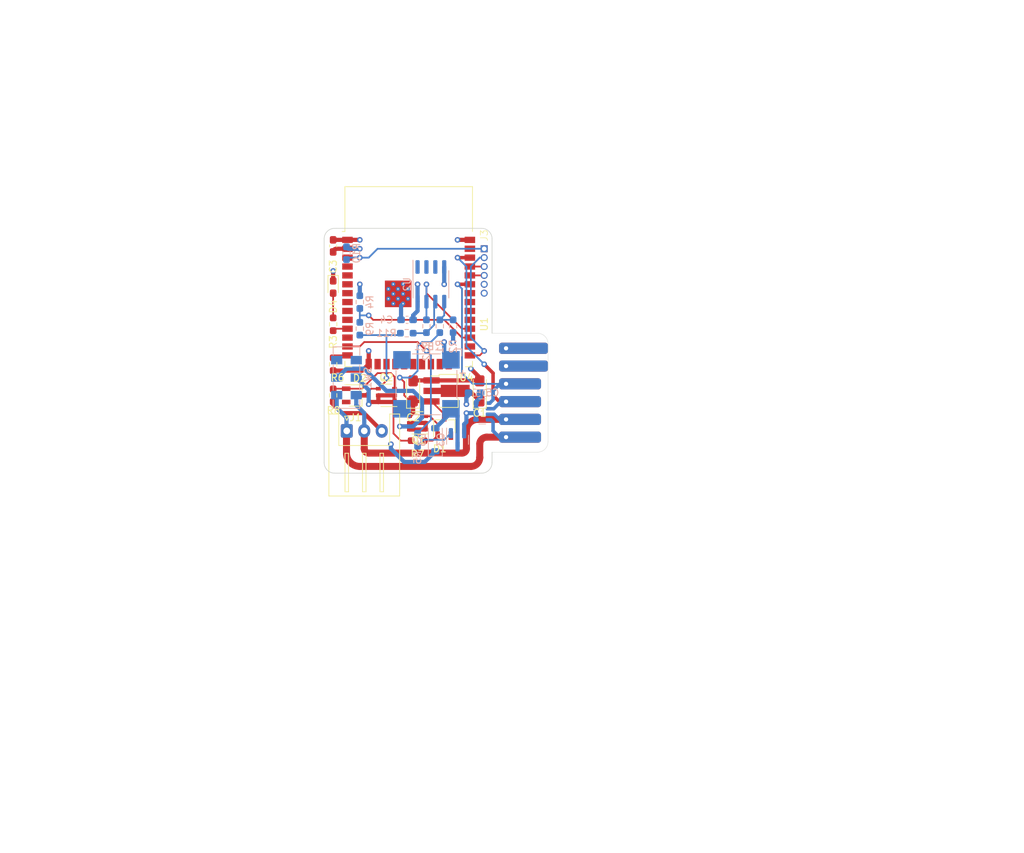
<source format=kicad_pcb>
(kicad_pcb (version 20221018) (generator pcbnew)
  (layers (0 "F.Cu" signal) (1 "In1.Cu" signal) (2 "In2.Cu" signal) (31 "B.Cu" signal) (34 "B.Paste" user) (35 "F.Paste" user) (36 "B.SilkS" user "B.Silkscreen") (37 "F.SilkS" user "F.Silkscreen") (38 "B.Mask" user) (39 "F.Mask" user) (44 "Edge.Cuts" user))
  (net 0 "")
  (net 1 "+3.3V")
  (net 2 "Net-(BZ1-+)")
  (net 3 "C1IN")
  (net 4 "C2IN")
  (net 5 "SCL")
  (net 6 "SDA")
  (net 7 "Net-(J3-Pin_1)")
  (net 8 "Net-(J3-Pin_2)")
  (net 9 "Net-(J3-Pin_3)")
  (net 10 "Net-(J3-Pin_4)")
  (net 11 "Net-(Q3-B)")
  (net 12 "Net-(U2B--)")
  (net 13 "Buzzer")
  (net 14 "Net-(U1-IO12)")
  (net 15 "Net-(U2B-+)")
  (net 38 "Net-(Q1-G)")
  (net 40 "Net-(Q2-G)")
  (net 42 "C2ADC")
  (net 43 "C1ADC")
  (net 44 "Net-(U1-IO26)")
  (net 45 "Net-(D4-A)")
  (net 46 "GND")
  (net 47 "/C2RAW")
  (net 48 "/C1RAW")
  (net 54 "Net-(SW1A-B)")
  (net 55 "Net-(SW1B-B)")
  (net 56 "unconnected-(U1-IO15-Pad23)")
  (footprint "Resistor_SMD:R_0603_1608Metric_Pad0.98x0.95mm_HandSolder" (layer "F.Cu") (at 133.35 85.852)
    (fp_text reference "R7" (at 0 1.905) (layer "F.SilkS"))
    (fp_text value "330")
    (pad "1" smd roundrect (at -0.9125 0) (size 0.975 0.95) (layers "F.Cu" "F.Paste" "F.Mask") (net 54 "Net-(SW1A-B)"))
    (pad "2" smd roundrect (at 0.9125 0) (size 0.975 0.95) (layers "F.Cu" "F.Paste" "F.Mask") (net 38 "Net-(Q1-G)"))
  )
  (footprint "Resistor_SMD:R_0603_1608Metric_Pad0.98x0.95mm_HandSolder" (layer "F.Cu") (at 121.285 69.215 -90)
    (fp_text reference "R3" (at 2.54 0 90) (layer "F.SilkS"))
    (fp_text value "R")
    (pad "1" smd roundrect (at -0.9125 0 270) (size 0.975 0.95) (layers "F.Cu" "F.Paste" "F.Mask") (net 45 "Net-(D4-A)"))
    (pad "2" smd roundrect (at 0.9125 0 270) (size 0.975 0.95) (layers "F.Cu" "F.Paste" "F.Mask") (net 44 "Net-(U1-IO26)"))
  )
  (footprint "ELEKTRON_Footprints:Conn_Edge_1x6_LLSSSS_Mirrored" (layer "F.Cu") (at 149 79 90)
    (fp_text reference "J5" hide)
    (fp_text value "Charging_Connector")
    (fp_line (start -8.5 1.5) (end -8.5 -5) (stroke (width 0.05)) (layer "Edge.Cuts"))
    (fp_line (start -7 3) (end 7 3) (stroke (width 0.05)) (layer "Edge.Cuts"))
    (fp_line (start 8.5 1.5) (end 8.5 -5) (stroke (width 0.05)) (layer "Edge.Cuts"))
    (fp_arc (start -7 3) (mid -8.06066 2.56066) (end -8.5 1.5) (stroke (width 0.05)) (layer "Edge.Cuts"))
    (fp_arc (start 8.5 1.5) (mid 8.06066 2.56066) (end 7 3) (stroke (width 0.05)) (layer "Edge.Cuts"))
    (pad "1" thru_hole roundrect (at 6.35 -3 90) (size 1.6 7) (drill 0.6 (offset 0 2.5)) (layers "*.Cu" "*.Mask") (net 46 "GND"))
    (pad "2" thru_hole roundrect (at 3.81 -3 90) (size 1.6 7) (drill 0.6 (offset 0 2.5)) (layers "*.Cu" "*.Mask") (net 1 "+3.3V"))
    (pad "3" thru_hole roundrect (at 1.27 -3 90) (size 1.6 6) (drill 0.6 (offset 0 2)) (layers "*.Cu" "*.Mask") (net 6 "SDA"))
    (pad "4" thru_hole roundrect (at -1.27 -3 90) (size 1.6 6) (drill 0.6 (offset 0 2)) (layers "*.Cu" "*.Mask") (net 5 "SCL"))
    (pad "5" thru_hole roundrect (at -3.81 -3 90) (size 1.6 6) (drill 0.6 (offset 0 2)) (layers "*.Cu" "*.Mask") (net 48 "/C1RAW"))
    (pad "6" thru_hole roundrect (at -6.35 -3 90) (size 1.6 6) (drill 0.6 (offset 0 2)) (layers "*.Cu" "*.Mask") (net 47 "/C2RAW"))
  )
  (footprint "Package_TO_SOT_SMD:TSOT-23" (layer "F.Cu") (at 124.46 79.375)
    (fp_text reference "D2" (at 0.635 -2.45) (layer "F.SilkS"))
    (fp_text value "D_Zener_ANK")
    (pad "1" smd rect (at -1.31 -0.95) (size 1.22 0.65) (layers "F.Cu" "F.Paste" "F.Mask") (net 40 "Net-(Q2-G)"))
    (pad "2" smd rect (at -1.31 0.95) (size 1.22 0.65) (layers "F.Cu" "F.Paste" "F.Mask"))
    (pad "3" smd rect (at 1.31 0) (size 1.22 0.65) (layers "F.Cu" "F.Paste" "F.Mask") (net 3 "C1IN"))
  )
  (footprint "Resistor_SMD:R_0603_1608Metric_Pad0.98x0.95mm_HandSolder" (layer "F.Cu") (at 121.285 79.375 90)
    (fp_text reference "R8" (at -2.159 0.055 180) (layer "F.SilkS"))
    (fp_text value "330")
    (pad "1" smd roundrect (at -0.9125 0 90) (size 0.975 0.95) (layers "F.Cu" "F.Paste" "F.Mask") (net 46 "GND"))
    (pad "2" smd roundrect (at 0.9125 0 90) (size 0.975 0.95) (layers "F.Cu" "F.Paste" "F.Mask") (net 40 "Net-(Q2-G)"))
  )
  (footprint "Capacitor_SMD:C_0603_1608Metric_Pad1.08x0.95mm_HandSolder" (layer "F.Cu") (at 121.285 58.0125 90)
    (fp_text reference "C3" (at -2.9475 0 90) (layer "F.SilkS"))
    (fp_text value "100n")
    (pad "1" smd roundrect (at -0.8625 0 90) (size 1.075 0.95) (layers "F.Cu" "F.Paste" "F.Mask") (net 1 "+3.3V"))
    (pad "2" smd roundrect (at 0.8625 0 90) (size 1.075 0.95) (layers "F.Cu" "F.Paste" "F.Mask") (net 46 "GND"))
  )
  (footprint "RF_Module:ESP32-WROOM-32D" (layer "F.Cu") (at 132.08 65.4)
    (fp_text reference "U1" (at 10.795 3.815 -90) (layer "F.SilkS"))
    (fp_text value "ESP32-WROOM-32D")
    (pad "1" smd rect (at -8.75 -8.25) (size 1.5 0.9) (layers "F.Cu" "F.Paste" "F.Mask") (net 46 "GND"))
    (pad "2" smd rect (at -8.75 -6.98) (size 1.5 0.9) (layers "F.Cu" "F.Paste" "F.Mask") (net 1 "+3.3V"))
    (pad "3" smd rect (at -8.75 -5.71) (size 1.5 0.9) (layers "F.Cu" "F.Paste" "F.Mask") (net 7 "Net-(J3-Pin_1)"))
    (pad "4" smd rect (at -8.75 -4.44) (size 1.5 0.9) (layers "F.Cu" "F.Paste" "F.Mask"))
    (pad "5" smd rect (at -8.75 -3.17) (size 1.5 0.9) (layers "F.Cu" "F.Paste" "F.Mask"))
    (pad "6" smd rect (at -8.75 -1.9) (size 1.5 0.9) (layers "F.Cu" "F.Paste" "F.Mask"))
    (pad "7" smd rect (at -8.75 -0.63) (size 1.5 0.9) (layers "F.Cu" "F.Paste" "F.Mask"))
    (pad "8" smd rect (at -8.75 0.64) (size 1.5 0.9) (layers "F.Cu" "F.Paste" "F.Mask"))
    (pad "9" smd rect (at -8.75 1.91) (size 1.5 0.9) (layers "F.Cu" "F.Paste" "F.Mask"))
    (pad "10" smd rect (at -8.75 3.18) (size 1.5 0.9) (layers "F.Cu" "F.Paste" "F.Mask"))
    (pad "11" smd rect (at -8.75 4.45) (size 1.5 0.9) (layers "F.Cu" "F.Paste" "F.Mask") (net 44 "Net-(U1-IO26)"))
    (pad "12" smd rect (at -8.75 5.72) (size 1.5 0.9) (layers "F.Cu" "F.Paste" "F.Mask"))
    (pad "13" smd rect (at -8.75 6.99) (size 1.5 0.9) (layers "F.Cu" "F.Paste" "F.Mask") (net 13 "Buzzer"))
    (pad "14" smd rect (at -8.75 8.26) (size 1.5 0.9) (layers "F.Cu" "F.Paste" "F.Mask") (net 14 "Net-(U1-IO12)"))
    (pad "15" smd rect (at -5.71 9.51 90) (size 1.5 0.9) (layers "F.Cu" "F.Paste" "F.Mask") (net 46 "GND"))
    (pad "16" smd rect (at -4.44 9.51 90) (size 1.5 0.9) (layers "F.Cu" "F.Paste" "F.Mask"))
    (pad "17" smd rect (at -3.17 9.51 90) (size 1.5 0.9) (layers "F.Cu" "F.Paste" "F.Mask"))
    (pad "18" smd rect (at -1.9 9.51 90) (size 1.5 0.9) (layers "F.Cu" "F.Paste" "F.Mask"))
    (pad "19" smd rect (at -0.63 9.51 90) (size 1.5 0.9) (layers "F.Cu" "F.Paste" "F.Mask"))
    (pad "20" smd rect (at 0.64 9.51 90) (size 1.5 0.9) (layers "F.Cu" "F.Paste" "F.Mask"))
    (pad "21" smd rect (at 1.91 9.51 90) (size 1.5 0.9) (layers "F.Cu" "F.Paste" "F.Mask"))
    (pad "22" smd rect (at 3.18 9.51 90) (size 1.5 0.9) (layers "F.Cu" "F.Paste" "F.Mask"))
    (pad "23" smd rect (at 4.45 9.51 90) (size 1.5 0.9) (layers "F.Cu" "F.Paste" "F.Mask") (net 56 "unconnected-(U1-IO15-Pad23)"))
    (pad "24" smd rect (at 5.72 9.51 90) (size 1.5 0.9) (layers "F.Cu" "F.Paste" "F.Mask"))
    (pad "25" smd rect (at 8.75 8.26) (size 1.5 0.9) (layers "F.Cu" "F.Paste" "F.Mask") (net 8 "Net-(J3-Pin_2)"))
    (pad "26" smd rect (at 8.75 6.99) (size 1.5 0.9) (layers "F.Cu" "F.Paste" "F.Mask"))
    (pad "27" smd rect (at 8.75 5.72) (size 1.5 0.9) (layers "F.Cu" "F.Paste" "F.Mask") (net 43 "C1ADC"))
    (pad "28" smd rect (at 8.75 4.45) (size 1.5 0.9) (layers "F.Cu" "F.Paste" "F.Mask") (net 42 "C2ADC"))
    (pad "29" smd rect (at 8.75 3.18) (size 1.5 0.9) (layers "F.Cu" "F.Paste" "F.Mask"))
    (pad "30" smd rect (at 8.75 1.91) (size 1.5 0.9) (layers "F.Cu" "F.Paste" "F.Mask"))
    (pad "31" smd rect (at 8.75 0.64) (size 1.5 0.9) (layers "F.Cu" "F.Paste" "F.Mask"))
    (pad "32" smd rect (at 8.75 -0.63) (size 1.5 0.9) (layers "F.Cu" "F.Paste" "F.Mask"))
    (pad "33" smd rect (at 8.75 -1.9) (size 1.5 0.9) (layers "F.Cu" "F.Paste" "F.Mask") (net 6 "SDA"))
    (pad "34" smd rect (at 8.75 -3.17) (size 1.5 0.9) (layers "F.Cu" "F.Paste" "F.Mask") (net 10 "Net-(J3-Pin_4)"))
    (pad "35" smd rect (at 8.75 -4.44) (size 1.5 0.9) (layers "F.Cu" "F.Paste" "F.Mask") (net 9 "Net-(J3-Pin_3)"))
    (pad "36" smd rect (at 8.75 -5.71) (size 1.5 0.9) (layers "F.Cu" "F.Paste" "F.Mask") (net 5 "SCL"))
    (pad "37" smd rect (at 8.75 -6.98) (size 1.5 0.9) (layers "F.Cu" "F.Paste" "F.Mask"))
    (pad "38" smd rect (at 8.75 -8.25) (size 1.5 0.9) (layers "F.Cu" "F.Paste" "F.Mask") (net 46 "GND"))
    (pad "39" smd rect (at -2.9 -1.93) (size 0.9 0.9) (layers "F.Cu" "F.Paste") (net 46 "GND"))
    (pad "39" thru_hole circle (at -2.9 -1.23) (size 0.6 0.6) (drill 0.2) (property pad_prop_heatsink) (layers "*.Cu" "F.Mask") (net 46 "GND"))
    (pad "39" smd rect (at -2.9 -0.53) (size 0.9 0.9) (layers "F.Cu" "F.Paste") (net 46 "GND"))
    (pad "39" thru_hole circle (at -2.9 0.17) (size 0.6 0.6) (drill 0.2) (property pad_prop_heatsink) (layers "*.Cu" "F.Mask") (net 46 "GND"))
    (pad "39" smd rect (at -2.9 0.87) (size 0.9 0.9) (layers "F.Cu" "F.Paste") (net 46 "GND"))
    (pad "39" thru_hole circle (at -2.2 -1.93) (size 0.6 0.6) (drill 0.2) (property pad_prop_heatsink) (layers "*.Cu" "F.Mask") (net 46 "GND"))
    (pad "39" thru_hole circle (at -2.2 -0.53) (size 0.6 0.6) (drill 0.2) (property pad_prop_heatsink) (layers "*.Cu" "F.Mask") (net 46 "GND"))
    (pad "39" thru_hole circle (at -2.2 0.87) (size 0.6 0.6) (drill 0.2) (property pad_prop_heatsink) (layers "*.Cu" "F.Mask") (net 46 "GND"))
    (pad "39" thru_hole circle (at -1.525 -1.23) (size 0.6 0.6) (drill 0.2) (property pad_prop_heatsink) (layers "*.Cu" "F.Mask") (net 46 "GND"))
    (pad "39" thru_hole circle (at -1.525 0.17) (size 0.6 0.6) (drill 0.2) (property pad_prop_heatsink) (layers "*.Cu" "F.Mask") (net 46 "GND"))
    (pad "39" smd rect (at -1.5 -1.93) (size 0.9 0.9) (layers "F.Cu" "F.Paste") (net 46 "GND"))
    (pad "39" smd rect (at -1.5 -0.53) (size 0.9 0.9) (layers "F.Cu" "F.Paste") (net 46 "GND"))
    (pad "39" smd rect (at -1.5 -0.53) (size 3.8 3.8) (layers "F.Cu" "F.Mask") (net 46 "GND"))
    (pad "39" smd rect (at -1.5 0.87) (size 0.9 0.9) (layers "F.Cu" "F.Paste") (net 46 "GND"))
    (pad "39" thru_hole circle (at -0.8 -1.93) (size 0.6 0.6) (drill 0.2) (property pad_prop_heatsink) (layers "*.Cu" "F.Mask") (net 46 "GND"))
    (pad "39" thru_hole circle (at -0.8 -0.53) (size 0.6 0.6) (drill 0.2) (property pad_prop_heatsink) (layers "*.Cu" "F.Mask") (net 46 "GND"))
    (pad "39" thru_hole circle (at -0.8 0.87) (size 0.6 0.6) (drill 0.2) (property pad_prop_heatsink) (layers "*.Cu" "F.Mask") (net 46 "GND"))
    (pad "39" smd rect (at -0.1 -1.93) (size 0.9 0.9) (layers "F.Cu" "F.Paste") (net 46 "GND"))
    (pad "39" thru_hole circle (at -0.1 -1.23) (size 0.6 0.6) (drill 0.2) (property pad_prop_heatsink) (layers "*.Cu" "F.Mask") (net 46 "GND"))
    (pad "39" smd rect (at -0.1 -0.53) (size 0.9 0.9) (layers "F.Cu" "F.Paste") (net 46 "GND"))
    (pad "39" thru_hole circle (at -0.1 0.17) (size 0.6 0.6) (drill 0.2) (property pad_prop_heatsink) (layers "*.Cu" "F.Mask") (net 46 "GND"))
    (pad "39" smd rect (at -0.1 0.87) (size 0.9 0.9) (layers "F.Cu" "F.Paste") (net 46 "GND"))
  )
  (footprint "Package_SO:TSOP-6_1.65x3.05mm_P0.95mm" (layer "F.Cu") (at 128.905 79.375 180)
    (fp_text reference "Q2" (at 0 2.54) (layer "F.SilkS"))
    (fp_text value "Q_PMOS_DDGSDD_TSOP-6")
    (pad "1" smd rect (at -1.16 -0.95 180) (size 0.7 0.51) (layers "F.Cu" "F.Paste" "F.Mask") (net 54 "Net-(SW1A-B)"))
    (pad "2" smd rect (at -1.16 0 180) (size 0.7 0.51) (layers "F.Cu" "F.Paste" "F.Mask") (net 54 "Net-(SW1A-B)"))
    (pad "3" smd rect (at -1.16 0.95 180) (size 0.7 0.51) (layers "F.Cu" "F.Paste" "F.Mask") (net 40 "Net-(Q2-G)"))
    (pad "4" smd rect (at 1.16 0.95 180) (size 0.7 0.51) (layers "F.Cu" "F.Paste" "F.Mask") (net 3 "C1IN"))
    (pad "5" smd rect (at 1.16 0 180) (size 0.7 0.51) (layers "F.Cu" "F.Paste" "F.Mask") (net 54 "Net-(SW1A-B)"))
    (pad "6" smd rect (at 1.16 -0.95 180) (size 0.7 0.51) (layers "F.Cu" "F.Paste" "F.Mask") (net 54 "Net-(SW1A-B)"))
  )
  (footprint "Capacitor_Tantalum_SMD:CP_EIA-3216-18_Kemet-A_Pad1.58x1.35mm_HandSolder" (layer "F.Cu") (at 142.24 78.74 90)
    (fp_text reference "C1" (at -3.175 0 180) (layer "F.SilkS"))
    (fp_text value "22µ")
    (pad "1" smd roundrect (at -1.4375 0 90) (size 1.575 1.35) (layers "F.Cu" "F.Paste" "F.Mask") (roundrect_rratio 0.185185) (net 1 "+3.3V"))
    (pad "2" smd roundrect (at 1.4375 0 90) (size 1.575 1.35) (layers "F.Cu" "F.Paste" "F.Mask") (roundrect_rratio 0.185185) (net 46 "GND"))
  )
  (footprint "Package_TO_SOT_SMD:SOT-89-3_Handsoldering" (layer "F.Cu") (at 137.795 78.74)
    (fp_text reference "U4" (at 2.54 -1.905) (layer "F.SilkS"))
    (fp_text value "AZ1117CR-3.3")
    (pad "1" smd rect (at -2.45 -1.5) (size 2.3 0.9) (layers "F.Cu" "F.Paste" "F.Mask") (net 46 "GND"))
    (pad "2" smd custom (at -2.3625 0) (size 2.475 0.9) (layers "F.Cu" "F.Paste" "F.Mask") (net 1 "+3.3V") (options (clearance outline) (anchor rect)) (primitives (gr_poly (pts (xy 5.3625 0.8665) (xy 1.2375 0.8665) (xy 1.2375 -0.8665) (xy 5.3625 -0.8665)) (width 0) (fill yes))))
    (pad "3" smd rect (at -2.45 1.5) (size 2.3 0.9) (layers "F.Cu" "F.Paste" "F.Mask") (net 4 "C2IN"))
  )
  (footprint "Capacitor_Tantalum_SMD:CP_EIA-3216-18_Kemet-A_Pad1.58x1.35mm_HandSolder" (layer "F.Cu") (at 132.715 78.74 90)
    (fp_text reference "C2" (at -3.81 0 180) (layer "F.SilkS"))
    (fp_text value "22µ")
    (pad "1" smd roundrect (at -1.4375 0 90) (size 1.575 1.35) (layers "F.Cu" "F.Paste" "F.Mask") (roundrect_rratio 0.185185) (net 4 "C2IN"))
    (pad "2" smd roundrect (at 1.4375 0 90) (size 1.575 1.35) (layers "F.Cu" "F.Paste" "F.Mask") (roundrect_rratio 0.185185) (net 46 "GND"))
  )
  (footprint "ELEKTRON_Footprints:Dbg_Port_1x6_P1.27mm_ThroughHole" (layer "F.Cu") (at 142.875 61.595)
    (fp_text reference "J3" (at 0 -5.08 90 unlocked) (layer "F.SilkS") (effects (font (thickness 0.1))))
    (fp_text value "Prog_Connector")
    (pad "1" thru_hole rect (at 0 -3.175) (size 1 1) (drill 0.65) (layers "*.Cu" "*.Mask") (net 7 "Net-(J3-Pin_1)"))
    (pad "2" thru_hole oval (at 0 -1.905) (size 1 1) (drill 0.65) (layers "*.Cu" "*.Mask") (net 8 "Net-(J3-Pin_2)"))
    (pad "3" thru_hole oval (at 0 -0.635) (size 1 1) (drill 0.65) (layers "*.Cu" "*.Mask") (net 9 "Net-(J3-Pin_3)"))
    (pad "4" thru_hole oval (at 0 0.635) (size 1 1) (drill 0.65) (layers "*.Cu" "*.Mask") (net 10 "Net-(J3-Pin_4)"))
    (pad "5" thru_hole oval (at 0 1.905) (size 1 1) (drill 0.65) (layers "*.Cu" "*.Mask") (net 46 "GND"))
    (pad "6" thru_hole oval (at 0 3.175) (size 1 1) (drill 0.65) (layers "*.Cu" "*.Mask") (net 1 "+3.3V"))
  )
  (footprint "Package_SO:TSOP-6_1.65x3.05mm_P0.95mm" (layer "F.Cu") (at 133.35 83.312 180)
    (fp_text reference "Q1" (at -0.11 -2.45) (layer "F.SilkS"))
    (fp_text value "Q_PMOS_DDGSDD_TSOP-6")
    (pad "1" smd rect (at -1.16 -0.95 180) (size 0.7 0.51) (layers "F.Cu" "F.Paste" "F.Mask") (net 55 "Net-(SW1B-B)"))
    (pad "2" smd rect (at -1.16 0 180) (size 0.7 0.51) (layers "F.Cu" "F.Paste" "F.Mask") (net 55 "Net-(SW1B-B)"))
    (pad "3" smd rect (at -1.16 0.95 180) (size 0.7 0.51) (layers "F.Cu" "F.Paste" "F.Mask") (net 38 "Net-(Q1-G)"))
    (pad "4" smd rect (at 1.16 0.95 180) (size 0.7 0.51) (layers "F.Cu" "F.Paste" "F.Mask") (net 4 "C2IN"))
    (pad "5" smd rect (at 1.16 0 180) (size 0.7 0.51) (layers "F.Cu" "F.Paste" "F.Mask") (net 55 "Net-(SW1B-B)"))
    (pad "6" smd rect (at 1.16 -0.95 180) (size 0.7 0.51) (layers "F.Cu" "F.Paste" "F.Mask") (net 55 "Net-(SW1B-B)"))
  )
  (footprint "Package_TO_SOT_SMD:TSOT-23" (layer "F.Cu") (at 137.16 83.82 90)
    (fp_text reference "D1" (at -3.175 -0.635) (layer "F.SilkS"))
    (fp_text value "D_Zener_ANK")
    (pad "1" smd rect (at -1.31 -0.95 90) (size 1.22 0.65) (layers "F.Cu" "F.Paste" "F.Mask") (net 38 "Net-(Q1-G)"))
    (pad "2" smd rect (at -1.31 0.95 90) (size 1.22 0.65) (layers "F.Cu" "F.Paste" "F.Mask"))
    (pad "3" smd rect (at 1.31 0 90) (size 1.22 0.65) (layers "F.Cu" "F.Paste" "F.Mask") (net 4 "C2IN"))
  )
  (footprint "Resistor_SMD:R_0603_1608Metric_Pad0.98x0.95mm_HandSolder" (layer "F.Cu") (at 121.285 74.93 -90)
    (fp_text reference "R6" (at 1.905 -0.635 -180) (layer "F.SilkS"))
    (fp_text value "10k")
    (pad "1" smd roundrect (at -0.9125 0 270) (size 0.975 0.95) (layers "F.Cu" "F.Paste" "F.Mask") (net 14 "Net-(U1-IO12)"))
    (pad "2" smd roundrect (at 0.9125 0 270) (size 0.975 0.95) (layers "F.Cu" "F.Paste" "F.Mask") (net 46 "GND"))
  )
  (footprint "Connector_JST:JST_XH_S3B-XH-A_1x03_P2.50mm_Horizontal" (layer "F.Cu") (at 123.23 84.455)
    (fp_text reference "J1" (at 1.27 -1.905) (layer "F.SilkS"))
    (fp_text value "Battery_Connector")
    (pad "1" thru_hole roundrect (at 0 0) (size 1.7 1.95) (drill 0.95) (layers "*.Cu" "*.Mask") (roundrect_rratio 0.147059) (net 47 "/C2RAW"))
    (pad "2" thru_hole oval (at 2.5 0) (size 1.7 1.95) (drill 0.95) (layers "*.Cu" "*.Mask") (net 48 "/C1RAW"))
    (pad "3" thru_hole oval (at 5 0) (size 1.7 1.95) (drill 0.95) (layers "*.Cu" "*.Mask") (net 46 "GND"))
  )
  (footprint "LED_SMD:LED_0603_1608Metric_Pad1.05x0.95mm_HandSolder" (layer "F.Cu") (at 121.285 63.895 -90)
    (fp_text reference "D4" (at 2.78 0 90) (layer "F.SilkS"))
    (fp_text value "LED")
    (pad "1" smd roundrect (at -0.875 0 270) (size 1.05 0.95) (layers "F.Cu" "F.Paste" "F.Mask") (net 46 "GND"))
    (pad "2" smd roundrect (at 0.875 0 270) (size 1.05 0.95) (layers "F.Cu" "F.Paste" "F.Mask") (net 45 "Net-(D4-A)"))
  )
  (footprint "Resistor_SMD:R_0603_1608Metric_Pad0.98x0.95mm_HandSolder" (layer "B.Cu") (at 138.43 69.4925 -90)
    (fp_text reference "R2" (at 2.8975 0 90) (layer "B.SilkS") (effects (justify mirror)))
    (fp_text value "10k")
    (pad "1" smd roundrect (at -0.9125 0 270) (size 0.975 0.95) (layers "B.Cu" "B.Paste" "B.Mask") (net 15 "Net-(U2B-+)"))
    (pad "2" smd roundrect (at 0.9125 0 270) (size 0.975 0.95) (layers "B.Cu" "B.Paste" "B.Mask") (net 46 "GND"))
  )
  (footprint "Resistor_SMD:R_0603_1608Metric_Pad0.98x0.95mm_HandSolder" (layer "B.Cu") (at 125.095 66.04 90)
    (fp_text reference "R4" (at 0 1.43 90) (layer "B.SilkS") (effects (justify mirror)))
    (fp_text value "10k")
    (pad "1" smd roundrect (at -0.9125 0 90) (size 0.975 0.95) (layers "B.Cu" "B.Paste" "B.Mask") (net 43 "C1ADC"))
    (pad "2" smd roundrect (at 0.9125 0 90) (size 0.975 0.95) (layers "B.Cu" "B.Paste" "B.Mask") (net 46 "GND"))
  )
  (footprint "Capacitor_SMD:C_0603_1608Metric_Pad1.08x0.95mm_HandSolder" (layer "B.Cu") (at 131.8525 68.58 180)
    (fp_text reference "C4" (at 2.9475 0) (layer "B.SilkS") (effects (justify mirror)))
    (fp_text value "100n")
    (pad "1" smd roundrect (at -0.8625 0 180) (size 1.075 0.95) (layers "B.Cu" "B.Paste" "B.Mask") (net 1 "+3.3V"))
    (pad "2" smd roundrect (at 0.8625 0 180) (size 1.075 0.95) (layers "B.Cu" "B.Paste" "B.Mask") (net 46 "GND"))
  )
  (footprint "Buzzer_Beeper:MagneticBuzzer_CUI_CMT-8504-100-SMT" (layer "B.Cu") (at 134.62 77.795 180)
    (fp_text reference "BZ1" (at 0.325 5.405) (layer "B.SilkS") (effects (justify mirror)))
    (fp_text value "Buzzer")
    (fp_text user "+" (at -5.1 1.6 90) (layer "B.SilkS") (effects (justify mirror)))
    (pad "1" smd rect (at -3.5 3.5 270) (size 2.5 2.5) (layers "B.Cu" "B.Paste" "B.Mask") (net 1 "+3.3V"))
    (pad "2" smd rect (at -3.5 -3.5 270) (size 2.5 2.5) (layers "B.Cu" "B.Paste" "B.Mask") (net 2 "Net-(BZ1-+)"))
    (pad "3" smd rect (at 3.5 -3.5 270) (size 2.5 2.5) (layers "B.Cu" "B.Paste" "B.Mask"))
    (pad "4" smd rect (at 3.5 3.5 270) (size 2.5 2.5) (layers "B.Cu" "B.Paste" "B.Mask"))
  )
  (footprint "Resistor_SMD:R_0603_1608Metric_Pad0.98x0.95mm_HandSolder" (layer "B.Cu") (at 125.095 69.85 90)
    (fp_text reference "R9" (at 0 1.43 90) (layer "B.SilkS") (effects (justify mirror)))
    (fp_text value "20k")
    (pad "1" smd roundrect (at -0.9125 0 90) (size 0.975 0.95) (layers "B.Cu" "B.Paste" "B.Mask") (net 3 "C1IN"))
    (pad "2" smd roundrect (at 0.9125 0 90) (size 0.975 0.95) (layers "B.Cu" "B.Paste" "B.Mask") (net 43 "C1ADC"))
  )
  (footprint "ELEKTRON_Footprints:SW_DPDT_Nidec_CL-SB-22A-1x" (layer "B.Cu") (at 123.19 76.835 90)
    (fp_text reference "SW1" (at 0 3.05 90) (layer "B.SilkS") (effects (justify mirror)))
    (fp_text value "POWER_SW")
    (pad "1" smd rect (at -2.5 1.4 90) (size 1.2 1.6) (layers "B.Cu" "B.Paste" "B.Mask") (net 48 "/C1RAW"))
    (pad "2" smd rect (at 0 1.4 90) (size 1.2 1.6) (layers "B.Cu" "B.Paste" "B.Mask") (net 54 "Net-(SW1A-B)"))
    (pad "3" smd rect (at 2.5 1.4 90) (size 1.2 1.6) (layers "B.Cu" "B.Paste" "B.Mask"))
    (pad "4" smd rect (at -2.5 -1.4 90) (size 1.2 1.6) (layers "B.Cu" "B.Paste" "B.Mask") (net 47 "/C2RAW"))
    (pad "5" smd rect (at 0 -1.4 90) (size 1.2 1.6) (layers "B.Cu" "B.Paste" "B.Mask") (net 55 "Net-(SW1B-B)"))
    (pad "6" smd rect (at 2.5 -1.4 90) (size 1.2 1.6) (layers "B.Cu" "B.Paste" "B.Mask"))
  )
  (footprint "Resistor_SMD:R_0603_1608Metric_Pad0.98x0.95mm_HandSolder" (layer "B.Cu") (at 134.62 69.4925 -90)
    (fp_text reference "R12" (at 3.5325 0 90) (layer "B.SilkS") (effects (justify mirror)))
    (fp_text value "10k")
    (pad "1" smd roundrect (at -0.9125 0 270) (size 0.975 0.95) (layers "B.Cu" "B.Paste" "B.Mask") (net 42 "C2ADC"))
    (pad "2" smd roundrect (at 0.9125 0 270) (size 0.975 0.95) (layers "B.Cu" "B.Paste" "B.Mask") (net 12 "Net-(U2B--)"))
  )
  (footprint "Package_TO_SOT_SMD:SOT-23" (layer "B.Cu") (at 139.065 85.725 -90)
    (fp_text reference "Q3" (at 0 2.4 90) (layer "B.SilkS") (effects (justify mirror)))
    (fp_text value "SS8050-G")
    (pad "1" smd roundrect (at -0.9375 0.95 270) (size 1.475 0.6) (layers "B.Cu" "B.Paste" "B.Mask") (net 11 "Net-(Q3-B)"))
    (pad "2" smd roundrect (at -0.9375 -0.95 270) (size 1.475 0.6) (layers "B.Cu" "B.Paste" "B.Mask") (net 46 "GND"))
    (pad "3" smd roundrect (at 0.9375 0 270) (size 1.475 0.6) (layers "B.Cu" "B.Paste" "B.Mask") (net 2 "Net-(BZ1-+)"))
  )
  (footprint "Capacitor_SMD:C_0603_1608Metric_Pad1.08x0.95mm_HandSolder" (layer "B.Cu") (at 141.5 79)
    (fp_text reference "C5" (at 2.54 0) (layer "B.SilkS") (effects (justify mirror)))
    (fp_text value "100n")
    (pad "1" smd roundrect (at -0.8625 0) (size 1.075 0.95) (layers "B.Cu" "B.Paste" "B.Mask") (net 1 "+3.3V"))
    (pad "2" smd roundrect (at 0.8625 0) (size 1.075 0.95) (layers "B.Cu" "B.Paste" "B.Mask") (net 46 "GND"))
  )
  (footprint "Resistor_SMD:R_0603_1608Metric_Pad0.98x0.95mm_HandSolder" (layer "B.Cu") (at 131.8025 70.485 180)
    (fp_text reference "R11" (at 2.8975 0) (layer "B.SilkS") (effects (justify mirror)))
    (fp_text value "30k")
    (pad "1" smd roundrect (at -0.9125 0 180) (size 0.975 0.95) (layers "B.Cu" "B.Paste" "B.Mask") (net 12 "Net-(U2B--)"))
    (pad "2" smd roundrect (at 0.9125 0 180) (size 0.975 0.95) (layers "B.Cu" "B.Paste" "B.Mask") (net 3 "C1IN"))
  )
  (footprint "Diode_SMD:D_SOD-123" (layer "B.Cu") (at 135.89 85.725 90)
    (fp_text reference "D3" (at 0 -1.905 90) (layer "B.SilkS") (effects (justify mirror)))
    (fp_text value "D_Schottky")
    (pad "1" smd roundrect (at -1.65 0 90) (size 0.9 1.2) (layers "B.Cu" "B.Paste" "B.Mask") (net 1 "+3.3V"))
    (pad "2" smd roundrect (at 1.65 0 90) (size 0.9 1.2) (layers "B.Cu" "B.Paste" "B.Mask") (net 2 "Net-(BZ1-+)"))
  )
  (footprint "Resistor_SMD:R_0603_1608Metric_Pad0.98x0.95mm_HandSolder" (layer "B.Cu") (at 133.35 85.725 90)
    (fp_text reference "R5" (at -2.54 0 90) (layer "B.SilkS") (effects (justify mirror)))
    (fp_text value "330")
    (pad "1" smd roundrect (at -0.9125 0 90) (size 0.975 0.95) (layers "B.Cu" "B.Paste" "B.Mask") (net 11 "Net-(Q3-B)"))
    (pad "2" smd roundrect (at 0.9125 0 90) (size 0.975 0.95) (layers "B.Cu" "B.Paste" "B.Mask") (net 13 "Buzzer"))
  )
  (footprint "ELEKTRON_Footprints:D_TVS_Quad_Array_1206" (layer "B.Cu") (at 142.6 81.68 180)
    (fp_text reference "D5" (at 0.1 2.6 unlocked) (layer "B.SilkS") (effects (font (thickness 0.1)) (justify mirror)))
    (fp_text value "~")
    (pad "1" smd roundrect (at -0.9 1.2 180) (size 0.8 0.5) (layers "B.Cu" "B.Paste" "B.Mask") (net 6 "SDA"))
    (pad "2" smd roundrect (at -0.9 0.4 180) (size 0.8 0.5) (layers "B.Cu" "B.Paste" "B.Mask") (net 5 "SCL"))
    (pad "3" smd roundrect (at -0.9 -0.4 180) (size 0.8 0.5) (layers "B.Cu" "B.Paste" "B.Mask") (net 48 "/C1RAW"))
    (pad "4" smd roundrect (at -0.9 -1.2 180) (size 0.8 0.5) (layers "B.Cu" "B.Paste" "B.Mask") (net 47 "/C2RAW"))
    (pad "5" smd roundrect (at 0.9 -1.2 180) (size 0.8 0.5) (layers "B.Cu" "B.Paste" "B.Mask") (net 46 "GND"))
    (pad "6" smd roundrect (at 0.9 -0.4 180) (size 0.8 0.5) (layers "B.Cu" "B.Paste" "B.Mask") (net 46 "GND"))
    (pad "7" smd roundrect (at 0.9 0.4 180) (size 0.8 0.5) (layers "B.Cu" "B.Paste" "B.Mask") (net 46 "GND"))
    (pad "8" smd roundrect (at 0.9 1.2 180) (size 0.8 0.5) (layers "B.Cu" "B.Paste" "B.Mask") (net 46 "GND"))
  )
  (footprint "Resistor_SMD:R_0603_1608Metric_Pad0.98x0.95mm_HandSolder" (layer "B.Cu") (at 123.19 59.055 90)
    (fp_text reference "R10" (at 0 1.43 90) (layer "B.SilkS") (effects (justify mirror)))
    (fp_text value "10k")
    (pad "1" smd roundrect (at -0.9125 0 90) (size 0.975 0.95) (layers "B.Cu" "B.Paste" "B.Mask") (net 7 "Net-(J3-Pin_1)"))
    (pad "2" smd roundrect (at 0.9125 0 90) (size 0.975 0.95) (layers "B.Cu" "B.Paste" "B.Mask") (net 1 "+3.3V"))
  )
  (footprint "Resistor_SMD:R_0603_1608Metric_Pad0.98x0.95mm_HandSolder" (layer "B.Cu") (at 136.525 69.4925 -90)
    (fp_text reference "R1" (at 2.8975 0 90) (layer "B.SilkS") (effects (justify mirror)))
    (fp_text value "30k")
    (pad "1" smd roundrect (at -0.9125 0 270) (size 0.975 0.95) (layers "B.Cu" "B.Paste" "B.Mask") (net 15 "Net-(U2B-+)"))
    (pad "2" smd roundrect (at 0.9125 0 270) (size 0.975 0.95) (layers "B.Cu" "B.Paste" "B.Mask") (net 4 "C2IN"))
  )
  (footprint "Package_SO:SOIC-8_3.9x4.9mm_P1.27mm" (layer "B.Cu") (at 135.255 63.5 -90)
    (fp_text reference "U2" (at 0 3.4 90) (layer "B.SilkS") (effects (justify mirror)))
    (fp_text value "LM2904")
    (pad "1" smd roundrect (at -2.475 1.905 270) (size 1.95 0.6) (layers "B.Cu" "B.Paste" "B.Mask"))
    (pad "2" smd roundrect (at -2.475 0.635 270) (size 1.95 0.6) (layers "B.Cu" "B.Paste" "B.Mask"))
    (pad "3" smd roundrect (at -2.475 -0.635 270) (size 1.95 0.6) (layers "B.Cu" "B.Paste" "B.Mask"))
    (pad "4" smd roundrect (at -2.475 -1.905 270) (size 1.95 0.6) (layers "B.Cu" "B.Paste" "B.Mask") (net 46 "GND"))
    (pad "5" smd roundrect (at 2.475 -1.905 270) (size 1.95 0.6) (layers "B.Cu" "B.Paste" "B.Mask") (net 15 "Net-(U2B-+)"))
    (pad "6" smd roundrect (at 2.475 -0.635 270) (size 1.95 0.6) (layers "B.Cu" "B.Paste" "B.Mask") (net 12 "Net-(U2B--)"))
    (pad "7" smd roundrect (at 2.475 0.635 270) (size 1.95 0.6) (layers "B.Cu" "B.Paste" "B.Mask") (net 42 "C2ADC"))
    (pad "8" smd roundrect (at 2.475 1.905 270) (size 1.95 0.6) (layers "B.Cu" "B.Paste" "B.Mask") (net 1 "+3.3V"))
  )
  (gr_arc (start 142.5 55.5) (mid 143.56066 55.93934) (end 144 57) (stroke (width 0.1)) (layer "Edge.Cuts"))
  (gr_line (start 144 89) (end 144 87.5) (stroke (width 0.1)) (layer "Edge.Cuts"))
  (gr_arc (start 121.5 90.5) (mid 120.43934 90.06066) (end 120 89) (stroke (width 0.1)) (layer "Edge.Cuts"))
  (gr_arc (start 120 57) (mid 120.43934 55.93934) (end 121.5 55.5) (stroke (width 0.1)) (layer "Edge.Cuts"))
  (gr_line (start 121.5 90.5) (end 142.5 90.5) (stroke (width 0.1)) (layer "Edge.Cuts"))
  (gr_arc (start 144 89) (mid 143.56066 90.06066) (end 142.5 90.5) (stroke (width 0.1)) (layer "Edge.Cuts"))
  (gr_line (start 142.5 55.5) (end 121.5 55.5) (stroke (width 0.1)) (layer "Edge.Cuts"))
  (gr_line (start 144 70.5) (end 144 57) (stroke (width 0.1)) (layer "Edge.Cuts"))
  (gr_line (start 120 57) (end 120 89) (stroke (width 0.1)) (layer "Edge.Cuts"))
  (segment (start 123.33 58.42) (end 125.095 58.42) (width 0.6) (layer "F.Cu") (net 1))
  (segment (start 123.33 58.42) (end 121.74 58.42) (width 0.6) (layer "F.Cu") (net 1))
  (segment (start 140.335 79.375) (end 140.335 80.645) (width 0.6) (layer "F.Cu") (net 1))
  (segment (start 140.8025 78.74) (end 142.24 80.1775) (width 0.6) (layer "F.Cu") (net 1))
  (segment (start 135.4325 78.74) (end 139.7 78.74) (width 0.6) (layer "F.Cu") (net 1))
  (segment (start 139.7 78.74) (end 140.335 79.375) (width 0.6) (layer "F.Cu") (net 1))
  (segment (start 135.4325 78.74) (end 140.8025 78.74) (width 0.6) (layer "F.Cu") (net 1))
  (via (at 133.35 63.5) (size 0.8) (drill 0.4) (layers "F.Cu" "B.Cu") (net 1))
  (via (at 140.335 80.645) (size 0.8) (drill 0.4) (layers "F.Cu" "B.Cu") (net 1))
  (via (at 129.54 86.36) (size 0.8) (drill 0.4) (layers "F.Cu" "B.Cu") (net 1))
  (via (at 137.16 71.755) (size 0.8) (drill 0.4) (layers "F.Cu" "B.Cu") (net 1))
  (via (at 125.095 58.42) (size 0.8) (drill 0.4) (layers "F.Cu" "B.Cu") (net 1))
  (arc (start 121.74 58.42) (mid 121.418266 58.553266) (end 121.285 58.875) (width 0.6) (layer "F.Cu") (net 1))
  (segment (start 123.4675 58.42) (end 123.19 58.1425) (width 0.6) (layer "B.Cu") (net 1))
  (segment (start 140.335 79.665) (end 140.335 80.645) (width 0.6) (layer "B.Cu") (net 1))
  (segment (start 137.16 73.335) (end 137.16 71.755) (width 0.6) (layer "B.Cu") (net 1))
  (segment (start 138.12 74.295) (end 137.16 73.335) (width 0.6) (layer "B.Cu") (net 1))
  (segment (start 131.445 88.9) (end 129.54 86.995) (width 0.6) (layer "B.Cu") (net 1))
  (segment (start 125.095 58.42) (end 123.4675 58.42) (width 0.6) (layer "B.Cu") (net 1))
  (segment (start 140.6375 79) (end 140.6375 79.3625) (width 0.6) (layer "B.Cu") (net 1))
  (segment (start 129.54 86.995) (end 129.54 86.36) (width 0.6) (layer "B.Cu") (net 1))
  (segment (start 140.6375 79.3625) (end 140.335 79.665) (width 0.6) (layer "B.Cu") (net 1))
  (segment (start 135.89 87.375) (end 134.365 88.9) (width 0.6) (layer "B.Cu") (net 1))
  (segment (start 132.715 67.945) (end 132.715 68.58) (width 0.6) (layer "B.Cu") (net 1))
  (segment (start 133.35 65.975) (end 133.35 67.31) (width 0.6) (layer "B.Cu") (net 1))
  (segment (start 133.35 67.31) (end 132.715 67.945) (width 0.6) (layer "B.Cu") (net 1))
  (segment (start 133.35 65.975) (end 133.35 63.5) (width 0.6) (layer "B.Cu") (net 1))
  (segment (start 134.365 88.9) (end 131.445 88.9) (width 0.6) (layer "B.Cu") (net 1))
  (segment (start 139.065 86.6625) (end 139.065 82.24) (width 0.6) (layer "B.Cu") (net 2))
  (segment (start 138.12 81.845) (end 135.89 84.075) (width 0.6) (layer "B.Cu") (net 2))
  (segment (start 139.065 82.24) (end 138.12 81.295) (width 0.6) (layer "B.Cu") (net 2))
  (segment (start 138.12 81.295) (end 138.12 81.845) (width 0.6) (layer "B.Cu") (net 2))
  (segment (start 128.905 77.265) (end 127.745 78.425) (width 0.25) (layer "F.Cu") (net 3))
  (segment (start 126.72 78.425) (end 125.77 79.375) (width 0.25) (layer "F.Cu") (net 3))
  (segment (start 128.905 76.9245) (end 128.905 77.265) (width 0.25) (layer "F.Cu") (net 3))
  (segment (start 127.745 78.425) (end 126.72 78.425) (width 0.25) (layer "F.Cu") (net 3))
  (via (at 128.905 76.9245) (size 0.8) (drill 0.4) (layers "F.Cu" "B.Cu") (net 3))
  (segment (start 130.6125 70.7625) (end 128.905 70.7625) (width 0.25) (layer "B.Cu") (net 3))
  (segment (start 128.905 76.9245) (end 128.905 70.7625) (width 0.25) (layer "B.Cu") (net 3))
  (segment (start 130.89 70.485) (end 130.6125 70.7625) (width 0.25) (layer "B.Cu") (net 3))
  (segment (start 128.905 70.7625) (end 125.095 70.7625) (width 0.25) (layer "B.Cu") (net 3))
  (segment (start 130.81 76.835) (end 131.445 77.47) (width 0.25) (layer "F.Cu") (net 4))
  (segment (start 137.16 82.51) (end 137.16 82.055) (width 0.25) (layer "F.Cu") (net 4))
  (segment (start 131.445 77.47) (end 131.445 79.375) (width 0.25) (layer "F.Cu") (net 4))
  (segment (start 132.715 81.837) (end 132.19 82.362) (width 0.6) (layer "F.Cu") (net 4))
  (segment (start 132.7775 80.24) (end 132.715 80.1775) (width 0.5) (layer "F.Cu") (net 4))
  (segment (start 132.2475 80.1775) (end 132.715 80.1775) (width 0.25) (layer "F.Cu") (net 4))
  (segment (start 132.715 80.1775) (end 132.715 81.837) (width 0.6) (layer "F.Cu") (net 4))
  (segment (start 135.345 80.24) (end 132.7775 80.24) (width 0.5) (layer "F.Cu") (net 4))
  (segment (start 131.445 79.375) (end 132.2475 80.1775) (width 0.25) (layer "F.Cu") (net 4))
  (segment (start 137.16 82.055) (end 135.345 80.24) (width 0.25) (layer "F.Cu") (net 4))
  (via (at 130.81 76.835) (size 0.8) (drill 0.4) (layers "F.Cu" "B.Cu") (net 4))
  (segment (start 136.525 70.485) (end 135.255 71.755) (width 0.25) (layer "B.Cu") (net 4))
  (segment (start 133.35 72.39) (end 133.35 75.8825) (width 0.25) (layer "B.Cu") (net 4))
  (segment (start 133.985 71.755) (end 133.35 72.39) (width 0.25) (layer "B.Cu") (net 4))
  (segment (start 136.525 70.1275) (end 136.525 70.485) (width 0.25) (layer "B.Cu") (net 4))
  (segment (start 135.255 71.755) (end 133.985 71.755) (width 0.25) (layer "B.Cu") (net 4))
  (segment (start 133.35 75.8825) (end 132.3975 76.835) (width 0.25) (layer "B.Cu") (net 4))
  (segment (start 132.3975 76.835) (end 130.81 76.835) (width 0.25) (layer "B.Cu") (net 4))
  (segment (start 144.145 79.375) (end 145.04 80.27) (width 0.5) (layer "F.Cu") (net 5))
  (segment (start 139.065 59.69) (end 140.83 59.69) (width 0.5) (layer "F.Cu") (net 5))
  (segment (start 145.04 80.27) (end 146 80.27) (width 0.5) (layer "F.Cu") (net 5))
  (segment (start 142.875 74.93) (end 144.145 76.2) (width 0.5) (layer "F.Cu") (net 5))
  (segment (start 144.145 76.2) (end 144.145 79.375) (width 0.5) (layer "F.Cu") (net 5))
  (via (at 139.065 59.69) (size 0.8) (drill 0.4) (layers "F.Cu" "B.Cu") (net 5))
  (via (at 142.875 74.93) (size 0.8) (drill 0.4) (layers "F.Cu" "B.Cu") (net 5))
  (segment (start 140.335 72.39) (end 140.335 60.96) (width 0.25) (layer "B.Cu") (net 5))
  (segment (start 144.25 81.28) (end 145.26 80.27) (width 0.5) (layer "B.Cu") (net 5))
  (segment (start 140.335 60.96) (end 139.065 59.69) (width 0.25) (layer "B.Cu") (net 5))
  (segment (start 145.26 80.27) (end 146 80.27) (width 0.5) (layer "B.Cu") (net 5))
  (segment (start 142.875 74.93) (end 140.335 72.39) (width 0.25) (layer "B.Cu") (net 5))
  (segment (start 143.5 81.28) (end 144.25 81.28) (width 0.5) (layer "B.Cu") (net 5))
  (segment (start 139.065 63.5) (end 140.83 63.5) (width 0.5) (layer "F.Cu") (net 6))
  (via (at 139.065 63.5) (size 0.8) (drill 0.4) (layers "F.Cu" "B.Cu") (net 6))
  (segment (start 144.145 80.01) (end 144.145 78.74) (width 0.5) (layer "B.Cu") (net 6))
  (segment (start 143.5 80.48) (end 143.675 80.48) (width 0.5) (layer "B.Cu") (net 6))
  (segment (start 146 77.73) (end 145.155 77.73) (width 0.5) (layer "B.Cu") (net 6))
  (segment (start 146 77.73) (end 141.23 77.73) (width 0.25) (layer "B.Cu") (net 6))
  (segment (start 144.145 78.74) (end 145.155 77.73) (width 0.5) (layer "B.Cu") (net 6))
  (segment (start 139.7 64.135) (end 139.065 63.5) (width 0.25) (layer "B.Cu") (net 6))
  (segment (start 141.23 77.73) (end 139.7 76.2) (width 0.25) (layer "B.Cu") (net 6))
  (segment (start 143.675 80.48) (end 144.145 80.01) (width 0.5) (layer "B.Cu") (net 6))
  (segment (start 139.7 76.2) (end 139.7 64.135) (width 0.25) (layer "B.Cu") (net 6))
  (segment (start 123.33 59.69) (end 125.095 59.69) (width 0.25) (layer "F.Cu") (net 7))
  (via (at 125.095 59.69) (size 0.8) (drill 0.4) (layers "F.Cu" "B.Cu") (net 7))
  (segment (start 125.095 59.69) (end 123.4675 59.69) (width 0.25) (layer "B.Cu") (net 7))
  (segment (start 126.365 59.69) (end 125.095 59.69) (width 0.25) (layer "B.Cu") (net 7))
  (segment (start 127.635 58.42) (end 126.365 59.69) (width 0.25) (layer "B.Cu") (net 7))
  (segment (start 142.875 58.42) (end 127.635 58.42) (width 0.25) (layer "B.Cu") (net 7))
  (segment (start 123.4675 59.69) (end 123.19 59.9675) (width 0.25) (layer "B.Cu") (net 7))
  (segment (start 140.83 73.66) (end 142.24 73.66) (width 0.25) (layer "F.Cu") (net 8))
  (segment (start 142.24 73.66) (end 142.875 73.025) (width 0.25) (layer "F.Cu") (net 8))
  (via (at 142.875 73.025) (size 0.8) (drill 0.4) (layers "F.Cu" "B.Cu") (net 8))
  (segment (start 140.97 71.12) (end 140.97 60.96) (width 0.25) (layer "B.Cu") (net 8))
  (segment (start 142.24 59.69) (end 142.875 59.69) (width 0.25) (layer "B.Cu") (net 8))
  (segment (start 140.97 60.96) (end 142.24 59.69) (width 0.25) (layer "B.Cu") (net 8))
  (segment (start 142.875 73.025) (end 140.97 71.12) (width 0.25) (layer "B.Cu") (net 8))
  (segment (start 142.875 60.96) (end 140.83 60.96) (width 0.25) (layer "F.Cu") (net 9))
  (segment (start 142.875 62.23) (end 140.83 62.23) (width 0.25) (layer "F.Cu") (net 10))
  (segment (start 138.0975 84.7875) (end 138.115 84.7875) (width 0.25) (layer "B.Cu") (net 11))
  (segment (start 134.2625 85.725) (end 137.16 85.725) (width 0.25) (layer "B.Cu") (net 11))
  (segment (start 137.16 85.725) (end 138.0975 84.7875) (width 0.25) (layer "B.Cu") (net 11))
  (segment (start 133.35 86.6375) (end 134.2625 85.725) (width 0.25) (layer "B.Cu") (net 11))
  (segment (start 135.725 69.3) (end 134.62 70.405) (width 0.25) (layer "B.Cu") (net 12))
  (segment (start 134.54 70.485) (end 134.62 70.405) (width 0.25) (layer "B.Cu") (net 12))
  (segment (start 135.725 66.14) (end 135.725 69.3) (width 0.25) (layer "B.Cu") (net 12))
  (segment (start 135.89 65.975) (end 135.725 66.14) (width 0.25) (layer "B.Cu") (net 12))
  (segment (start 132.715 70.485) (end 134.54 70.485) (width 0.25) (layer "B.Cu") (net 12))
  (segment (start 125.095 72.39) (end 123.33 72.39) (width 0.25) (layer "F.Cu") (net 13))
  (segment (start 125.73 71.755) (end 125.095 72.39) (width 0.25) (layer "F.Cu") (net 13))
  (segment (start 133.35 71.755) (end 125.73 71.755) (width 0.25) (layer "F.Cu") (net 13))
  (segment (start 134.62 73.025) (end 133.35 71.755) (width 0.25) (layer "F.Cu") (net 13))
  (via (at 134.62 73.025) (size 0.8) (drill 0.4) (layers "F.Cu" "B.Cu") (net 13))
  (segment (start 135.255 74.93) (end 135.255 73.66) (width 0.25) (layer "B.Cu") (net 13))
  (segment (start 133.35 84.8125) (end 135.255 82.9075) (width 0.25) (layer "B.Cu") (net 13))
  (segment (start 135.255 82.9075) (end 135.255 74.93) (width 0.25) (layer "B.Cu") (net 13))
  (segment (start 135.255 73.66) (end 134.62 73.025) (width 0.25) (layer "B.Cu") (net 13))
  (segment (start 123.33 73.66) (end 121.6425 73.66) (width 0.25) (layer "F.Cu") (net 14))
  (segment (start 121.6425 73.66) (end 121.285 74.0175) (width 0.25) (layer "F.Cu") (net 14))
  (segment (start 137.16 65.975) (end 137.16 67.945) (width 0.25) (layer "B.Cu") (net 15))
  (segment (start 138.43 68.58) (end 136.525 68.58) (width 0.25) (layer "B.Cu") (net 15))
  (segment (start 137.16 67.945) (end 136.525 68.58) (width 0.25) (layer "B.Cu") (net 15))
  (segment (start 134.2625 85.852) (end 135.488 85.852) (width 0.25) (layer "F.Cu") (net 38))
  (segment (start 135.11 82.362) (end 136.21 83.462) (width 0.25) (layer "F.Cu") (net 38))
  (segment (start 134.51 82.362) (end 135.11 82.362) (width 0.25) (layer "F.Cu") (net 38))
  (segment (start 136.21 83.462) (end 136.21 85.13) (width 0.25) (layer "F.Cu") (net 38))
  (segment (start 135.488 85.852) (end 136.21 85.13) (width 0.25) (layer "F.Cu") (net 38))
  (segment (start 129.54 76.2) (end 130.065 76.725) (width 0.25) (layer "F.Cu") (net 40))
  (segment (start 125.41 78.425) (end 127.635 76.2) (width 0.25) (layer "F.Cu") (net 40))
  (segment (start 123.15 78.425) (end 121.3225 78.425) (width 0.25) (layer "F.Cu") (net 40))
  (segment (start 123.15 78.425) (end 125.41 78.425) (width 0.25) (layer "F.Cu") (net 40))
  (segment (start 121.3225 78.425) (end 121.285 78.4625) (width 0.25) (layer "F.Cu") (net 40))
  (segment (start 127.635 76.2) (end 129.54 76.2) (width 0.25) (layer "F.Cu") (net 40))
  (segment (start 130.065 76.725) (end 130.065 78.425) (width 0.25) (layer "F.Cu") (net 40))
  (segment (start 134.62 63.5) (end 134.62 64.77) (width 0.25) (layer "F.Cu") (net 42))
  (segment (start 134.62 64.77) (end 139.7 69.85) (width 0.25) (layer "F.Cu") (net 42))
  (segment (start 139.7 69.85) (end 140.83 69.85) (width 0.25) (layer "F.Cu") (net 42))
  (via (at 134.62 63.5) (size 0.8) (drill 0.4) (layers "F.Cu" "B.Cu") (net 42))
  (segment (start 134.62 68.58) (end 134.62 65.975) (width 0.25) (layer "B.Cu") (net 42))
  (segment (start 134.62 65.975) (end 134.62 63.5) (width 0.25) (layer "B.Cu") (net 42))
  (segment (start 137.16 68.58) (end 139.7 71.12) (width 0.25) (layer "F.Cu") (net 43))
  (segment (start 126.365 67.945) (end 127 68.58) (width 0.25) (layer "F.Cu") (net 43))
  (segment (start 127 68.58) (end 137.16 68.58) (width 0.25) (layer "F.Cu") (net 43))
  (segment (start 139.7 71.12) (end 140.83 71.12) (width 0.25) (layer "F.Cu") (net 43))
  (via (at 126.365 67.945) (size 0.8) (drill 0.4) (layers "F.Cu" "B.Cu") (net 43))
  (segment (start 125.095 67.945) (end 125.095 66.9525) (width 0.25) (layer "B.Cu") (net 43))
  (segment (start 125.095 68.9375) (end 125.095 67.945) (width 0.25) (layer "B.Cu") (net 43))
  (segment (start 125.095 67.945) (end 126.365 67.945) (width 0.25) (layer "B.Cu") (net 43))
  (segment (start 123.33 69.85) (end 121.5625 69.85) (width 0.25) (layer "F.Cu") (net 44))
  (segment (start 121.5625 69.85) (end 121.285 70.1275) (width 0.25) (layer "F.Cu") (net 44))
  (segment (start 121.285 68.3025) (end 121.285 64.77) (width 0.25) (layer "F.Cu") (net 45))
  (segment (start 142.24 76.835) (end 140.97 75.565) (width 0.6) (layer "F.Cu") (net 46))
  (segment (start 121.285 80.645) (end 121.285 80.2875) (width 0.6) (layer "F.Cu") (net 46))
  (segment (start 121.285 57.15) (end 123.33 57.15) (width 0.6) (layer "F.Cu") (net 46))
  (segment (start 139.065 57.15) (end 140.83 57.15) (width 0.6) (layer "F.Cu") (net 46))
  (segment (start 125.69 81.915) (end 122.555 81.915) (width 0.6) (layer "F.Cu") (net 46))
  (segment (start 142.1775 77.24) (end 135.345 77.24) (width 0.6) (layer "F.Cu") (net 46))
  (segment (start 121.285 63.02) (end 121.285 61.595) (width 0.6) (layer "F.Cu") (net 46))
  (segment (start 126.37 74.91) (end 126.37 73.03) (width 0.6) (layer "F.Cu") (net 46))
  (segment (start 128.23 84.455) (end 125.69 81.915) (width 0.6) (layer "F.Cu") (net 46))
  (segment (start 121.285 75.8425) (end 125.4375 75.8425) (width 0.6) (layer "F.Cu") (net 46))
  (segment (start 126.37 73.03) (end 126.365 73.025) (width 0.6) (layer "F.Cu") (net 46))
  (segment (start 135.345 77.24) (end 132.7775 77.24) (width 0.6) (layer "F.Cu") (net 46))
  (segment (start 142.24 77.3025) (end 142.1775 77.24) (width 0.6) (layer "F.Cu") (net 46))
  (segment (start 122.555 81.915) (end 121.285 80.645) (width 0.6) (layer "F.Cu") (net 46))
  (segment (start 142.24 77.3025) (end 142.24 76.835) (width 0.6) (layer "F.Cu") (net 46))
  (segment (start 125.4375 75.8425) (end 126.37 74.91) (width 0.6) (layer "F.Cu") (net 46))
  (segment (start 132.7775 77.24) (end 132.715 77.3025) (width 0.6) (layer "F.Cu") (net 46))
  (segment (start 123.33 57.15) (end 125.095 57.15) (width 0.6) (layer "F.Cu") (net 46))
  (via (at 126.365 73.025) (size 0.8) (drill 0.4) (layers "F.Cu" "B.Cu") (net 46))
  (via (at 137.16 63.5) (size 0.8) (drill 0.4) (layers "F.Cu" "B.Cu") (net 46))
  (via (at 121.285 61.595) (size 0.8) (drill 0.4) (layers "F.Cu" "B.Cu") (net 46))
  (via (at 140.97 75.565) (size 0.8) (drill 0.4) (layers "F.Cu" "B.Cu") (net 46))
  (via (at 139.065 57.15) (size 0.8) (drill 0.4) (layers "F.Cu" "B.Cu") (net 46))
  (via (at 125.095 57.15) (size 0.8) (drill 0.4) (layers "F.Cu" "B.Cu") (net 46))
  (via (at 140.335 81.915) (size 0.8) (drill 0.4) (layers "F.Cu" "B.Cu") (net 46))
  (via (at 125.095 63.5) (size 0.8) (drill 0.4) (layers "F.Cu" "B.Cu") (net 46))
  (via (at 138.43 71.755) (size 0.8) (drill 0.4) (layers "F.Cu" "B.Cu") (net 46))
  (segment (start 141.7 82.08) (end 141.535 81.915) (width 0.6) (layer "B.Cu") (net 46))
  (segment (start 140.335 83.185) (end 140.335 81.915) (width 0.6) (layer "B.Cu") (net 46))
  (segment (start 140.015 83.505) (end 140.335 83.185) (width 0.6) (layer "B.Cu") (net 46))
  (segment (start 137.16 61.025) (end 137.16 63.5) (width 0.6) (layer "B.Cu") (net 46))
  (segment (start 141.7 80.3) (end 142.3625 79.6375) (width 0.6) (layer "B.Cu") (net 46))
  (segment (start 142.3625 79.6375) (end 142.3625 79) (width 0.6) (layer "B.Cu") (net 46))
  (segment (start 130.99 68.58) (end 130.99 66.56) (width 0.6) (layer "B.Cu") (net 46))
  (segment (start 141.535 81.915) (end 140.335 81.915) (width 0.6) (layer "B.Cu") (net 46))
  (segment (start 141.7 80.48) (end 141.7 80.3) (width 0.6) (layer "B.Cu") (net 46))
  (segment (start 141.7 82.88) (end 141.7 80.48) (width 0.6) (layer "B.Cu") (net 46))
  (segment (start 125.095 65.1275) (end 125.095 63.5) (width 0.6) (layer "B.Cu") (net 46))
  (segment (start 130.99 66.56) (end 131.28 66.27) (width 0.6) (layer "B.Cu") (net 46))
  (segment (start 140.015 84.7875) (end 140.015 83.505) (width 0.6) (layer "B.Cu") (net 46))
  (segment (start 138.43 71.755) (end 138.43 70.405) (width 0.6) (layer "B.Cu") (net 46))
  (segment (start 123.19 87.632449) (end 123.19 84.495) (width 1) (layer "F.Cu") (net 47))
  (segment (start 142.240786 88.264214) (end 142.24 88.265) (width 1) (layer "F.Cu") (net 47))
  (segment (start 140.97 89.535) (end 125.092551 89.535) (width 1) (layer "F.Cu") (net 47))
  (segment (start 142.240786 86.280573) (end 142.240786 88.264214) (width 1) (layer "F.Cu") (net 47))
  (segment (start 123.19 84.495) (end 123.23 84.455) (width 1) (layer "F.Cu") (net 47))
  (segment (start 146 85.35) (end 143.25 85.35) (width 1) (layer "F.Cu") (net 47))
  (arc (start 143.25 85.35) (mid 142.564411 85.618334) (end 142.240786 86.280573) (width 1) (layer "F.Cu") (net 47))
  (arc (start 125.092551 89.535) (mid 123.747244 88.977756) (end 123.19 87.632449) (width 1) (layer "F.Cu") (net 47))
  (arc (start 142.24 88.265) (mid 141.868026 89.163026) (end 140.97 89.535) (width 1) (layer "F.Cu") (net 47))
  (segment (start 121.79 79.335) (end 121.79 81.15) (width 0.6) (layer "B.Cu") (net 47))
  (segment (start 121.79 81.15) (end 123.19 82.55) (width 0.6) (layer "B.Cu") (net 47))
  (segment (start 144.145 83.185) (end 144.145 84.455) (width 0.5) (layer "B.Cu") (net 47))
  (segment (start 143.5 82.88) (end 143.84 82.88) (width 0.5) (layer "B.Cu") (net 47))
  (segment (start 145.04 85.35) (end 146 85.35) (width 0.5) (layer "B.Cu") (net 47))
  (segment (start 143.84 82.88) (end 144.145 83.185) (width 0.5) (layer "B.Cu") (net 47))
  (segment (start 144.145 84.455) (end 145.04 85.35) (width 0.5) (layer "B.Cu") (net 47))
  (segment (start 123.19 84.415) (end 123.23 84.455) (width 0.6) (layer "B.Cu") (net 47))
  (segment (start 123.19 82.55) (end 123.19 84.415) (width 0.6) (layer "B.Cu") (net 47))
  (segment (start 126.365 87.63) (end 139.7 87.63) (width 1) (layer "F.Cu") (net 48))
  (segment (start 141.98 82.81) (end 146 82.81) (width 1) (layer "F.Cu") (net 48))
  (segment (start 125.73 86.995) (end 125.73 84.455) (width 1) (layer "F.Cu") (net 48))
  (segment (start 140.335 86.995) (end 140.335 84.455) (width 1) (layer "F.Cu") (net 48))
  (arc (start 126.365 87.63) (mid 125.915987 87.444013) (end 125.73 86.995) (width 1) (layer "F.Cu") (net 48))
  (arc (start 140.335 84.455) (mid 140.816809 83.291809) (end 141.98 82.81) (width 1) (layer "F.Cu") (net 48))
  (arc (start 139.7 87.63) (mid 140.149013 87.444013) (end 140.335 86.995) (width 1) (layer "F.Cu") (net 48))
  (segment (start 145.04 82.81) (end 146 82.81) (width 0.5) (layer "B.Cu") (net 48))
  (segment (start 124.59 79.335) (end 124.59 80.775) (width 0.6) (layer "B.Cu") (net 48))
  (segment (start 143.5 82.08) (end 144.31 82.08) (width 0.5) (layer "B.Cu") (net 48))
  (segment (start 144.31 82.08) (end 145.04 82.81) (width 0.5) (layer "B.Cu") (net 48))
  (segment (start 124.59 80.775) (end 125.73 81.915) (width 0.6) (layer "B.Cu") (net 48))
  (segment (start 125.73 81.915) (end 125.73 84.455) (width 0.6) (layer "B.Cu") (net 48))
  (segment (start 127.745 80.325) (end 126.685 80.325) (width 0.6) (layer "F.Cu") (net 54))
  (segment (start 129.91 80.48) (end 130.065 80.325) (width 0.25) (layer "F.Cu") (net 54))
  (segment (start 130.065 80.325) (end 127.745 80.325) (width 0.6) (layer "F.Cu") (net 54))
  (segment (start 127.719502 80.299502) (end 127.745 80.325) (width 0.6) (layer "F.Cu") (net 54))
  (segment (start 129.91 84.825) (end 129.91 80.48) (width 0.25) (layer "F.Cu") (net 54))
  (segment (start 130.937 85.852) (end 129.91 84.825) (width 0.25) (layer "F.Cu") (net 54))
  (segment (start 126.685 80.325) (end 126.365 80.645) (width 0.6) (layer "F.Cu") (net 54))
  (segment (start 130.065 79.375) (end 130.065 80.325) (width 0.6) (layer "F.Cu") (net 54))
  (segment (start 127.745 79.375) (end 130.065 79.375) (width 0.6) (layer "F.Cu") (net 54))
  (segment (start 132.4375 85.852) (end 130.937 85.852) (width 0.25) (layer "F.Cu") (net 54))
  (segment (start 127.745 80.325) (end 127.745 79.375) (width 0.6) (layer "F.Cu") (net 54))
  (via (at 126.365 80.645) (size 0.8) (drill 0.4) (layers "F.Cu" "B.Cu") (net 54))
  (segment (start 126.365 80.645) (end 126.365 78.61) (width 0.6) (layer "B.Cu") (net 54))
  (segment (start 126.365 78.61) (end 124.59 76.835) (width 0.6) (layer "B.Cu") (net 54))
  (segment (start 132.19 84.262) (end 134.51 84.262) (width 0.6) (layer "F.Cu") (net 55))
  (segment (start 132.19 83.312) (end 132.19 83.82) (width 0.6) (layer "F.Cu") (net 55))
  (segment (start 132.19 83.82) (end 132.19 84.262) (width 0.6) (layer "F.Cu") (net 55))
  (segment (start 134.51 84.262) (end 134.51 83.312) (width 0.6) (layer "F.Cu") (net 55))
  (segment (start 134.51 83.312) (end 132.19 83.312) (width 0.6) (layer "F.Cu") (net 55))
  (segment (start 130.81 83.82) (end 132.19 83.82) (width 0.6) (layer "F.Cu") (net 55))
  (via (at 130.81 83.82) (size 0.8) (drill 0.4) (layers "F.Cu" "B.Cu") (net 55))
  (segment (start 132.715 83.82) (end 130.81 83.82) (width 0.6) (layer "B.Cu") (net 55))
  (segment (start 128.905 78.74) (end 132.715 78.74) (width 0.6) (layer "B.Cu") (net 55))
  (segment (start 121.92 76.835) (end 121.79 76.835) (width 0.6) (layer "B.Cu") (net 55))
  (segment (start 133.985 82.55) (end 132.715 83.82) (width 0.6) (layer "B.Cu") (net 55))
  (segment (start 125.73 75.565) (end 128.905 78.74) (width 0.6) (layer "B.Cu") (net 55))
  (segment (start 123.19 75.565) (end 121.92 76.835) (width 0.6) (layer "B.Cu") (net 55))
  (segment (start 133.985 80.01) (end 133.985 82.55) (width 0.6) (layer "B.Cu") (net 55))
  (segment (start 132.715 78.74) (end 133.985 80.01) (width 0.6) (layer "B.Cu") (net 55))
  (segment (start 125.73 75.565) (end 123.19 75.565) (width 0.6) (layer "B.Cu") (net 55))
  (segment (start 136.525 74.905) (end 136.53 74.91) (width 0.25) (layer "F.Cu") (net 56))
)
</source>
